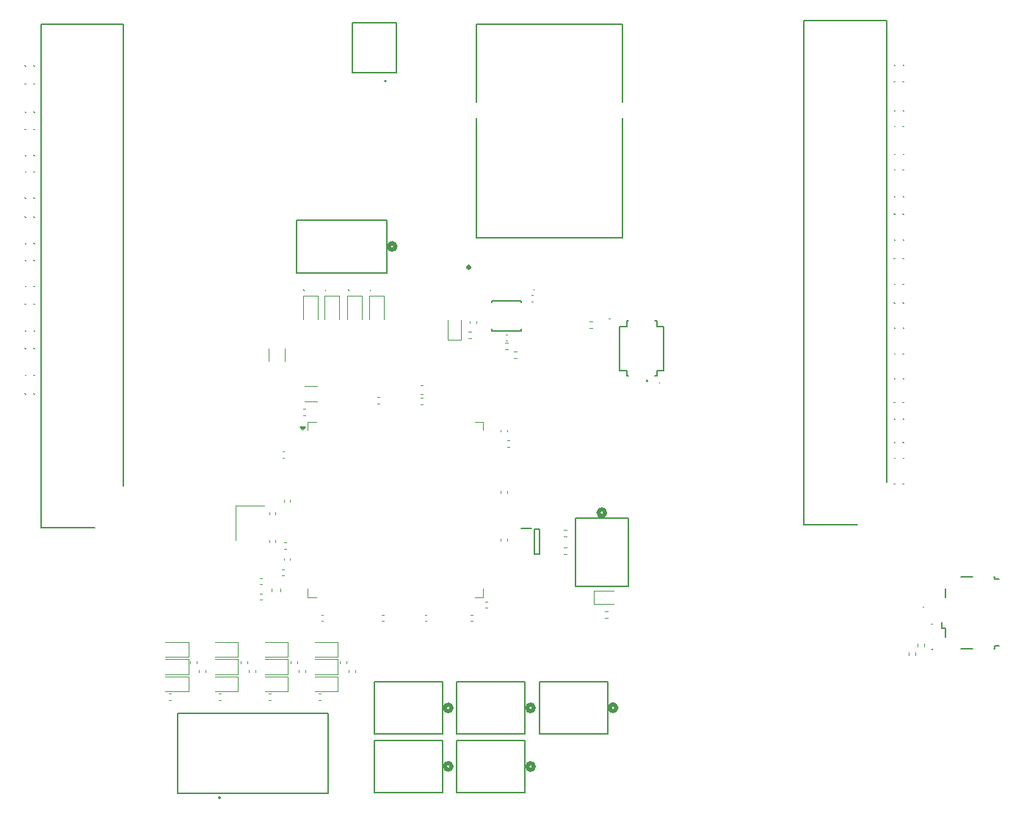
<source format=gbr>
%TF.GenerationSoftware,KiCad,Pcbnew,8.0.8*%
%TF.CreationDate,2025-03-20T13:14:25-05:00*%
%TF.ProjectId,ControllerPCB,436f6e74-726f-46c6-9c65-725043422e6b,rev?*%
%TF.SameCoordinates,Original*%
%TF.FileFunction,Legend,Top*%
%TF.FilePolarity,Positive*%
%FSLAX46Y46*%
G04 Gerber Fmt 4.6, Leading zero omitted, Abs format (unit mm)*
G04 Created by KiCad (PCBNEW 8.0.8) date 2025-03-20 13:14:25*
%MOMM*%
%LPD*%
G01*
G04 APERTURE LIST*
%ADD10C,0.200000*%
%ADD11C,0.100000*%
%ADD12C,0.120000*%
%ADD13C,0.300000*%
%ADD14C,0.127000*%
%ADD15C,0.152400*%
%ADD16C,0.508000*%
%ADD17C,0.150000*%
G04 APERTURE END LIST*
D10*
%TO.C,J108*%
X162075000Y-93460000D02*
X162900000Y-93460000D01*
X162075000Y-98540000D02*
X162075000Y-93460000D01*
X162900000Y-92825000D02*
X163100000Y-92825000D01*
X162900000Y-93460000D02*
X162900000Y-92825000D01*
X162900000Y-98540000D02*
X162075000Y-98540000D01*
X162900000Y-99175000D02*
X162900000Y-98540000D01*
X162900000Y-99175000D02*
X163100000Y-99175000D01*
X166330000Y-92825000D02*
X166130000Y-92825000D01*
X166330000Y-93460000D02*
X166330000Y-92825000D01*
X166330000Y-98540000D02*
X167155000Y-98540000D01*
X166330000Y-99175000D02*
X166130000Y-99175000D01*
X166330000Y-99175000D02*
X166330000Y-98540000D01*
X167155000Y-93460000D02*
X166330000Y-93460000D01*
X167155000Y-98540000D02*
X167155000Y-93460000D01*
X165315000Y-99765000D02*
G75*
G02*
X165115000Y-99765000I-100000J0D01*
G01*
X165115000Y-99765000D02*
G75*
G02*
X165315000Y-99765000I100000J0D01*
G01*
D11*
%TO.C,D503*%
X93550000Y-90900000D02*
X93550000Y-90900000D01*
X93450000Y-90900000D02*
X93450000Y-90900000D01*
X93550000Y-90900000D02*
G75*
G02*
X93450000Y-90900000I-50000J0D01*
G01*
X93450000Y-90900000D02*
G75*
G02*
X93550000Y-90900000I50000J0D01*
G01*
D12*
%TO.C,D114*%
X130650000Y-89971202D02*
X130650000Y-92631202D01*
X132350000Y-89971202D02*
X130650000Y-89971202D01*
X132350000Y-89971202D02*
X132350000Y-92631202D01*
%TO.C,C106*%
X123607836Y-118390000D02*
X123392164Y-118390000D01*
X123607836Y-119110000D02*
X123392164Y-119110000D01*
D11*
%TO.C,D540*%
X94550000Y-85850000D02*
X94550000Y-85850000D01*
X94450000Y-85850000D02*
X94450000Y-85850000D01*
X94550000Y-85850000D02*
G75*
G02*
X94450000Y-85850000I-50000J0D01*
G01*
X94450000Y-85850000D02*
G75*
G02*
X94550000Y-85850000I50000J0D01*
G01*
%TO.C,D552*%
X194700000Y-93650000D02*
X194700000Y-93650000D01*
X194800000Y-93650000D02*
X194800000Y-93650000D01*
X194700000Y-93650000D02*
G75*
G02*
X194800000Y-93650000I50000J0D01*
G01*
X194800000Y-93650000D02*
G75*
G02*
X194700000Y-93650000I-50000J0D01*
G01*
D12*
%TO.C,C107*%
X139807836Y-126740000D02*
X139592164Y-126740000D01*
X139807836Y-127460000D02*
X139592164Y-127460000D01*
D11*
%TO.C,D534*%
X93450000Y-78650000D02*
X93450000Y-78650000D01*
X93550000Y-78650000D02*
X93550000Y-78650000D01*
X93450000Y-78650000D02*
G75*
G02*
X93550000Y-78650000I50000J0D01*
G01*
X93550000Y-78650000D02*
G75*
G02*
X93450000Y-78650000I-50000J0D01*
G01*
D12*
%TO.C,C122*%
X120807836Y-124277500D02*
X120592164Y-124277500D01*
X120807836Y-124997500D02*
X120592164Y-124997500D01*
D11*
%TO.C,D550*%
X193700000Y-93650000D02*
X193700000Y-93650000D01*
X193800000Y-93650000D02*
X193800000Y-93650000D01*
X193700000Y-93650000D02*
G75*
G02*
X193800000Y-93650000I50000J0D01*
G01*
X193800000Y-93650000D02*
G75*
G02*
X193700000Y-93650000I-50000J0D01*
G01*
D13*
%TO.C,J202*%
X144800000Y-86655000D02*
G75*
G02*
X144500000Y-86655000I-150000J0D01*
G01*
X144500000Y-86655000D02*
G75*
G02*
X144800000Y-86655000I150000J0D01*
G01*
D14*
X162350000Y-83215000D02*
X162350000Y-69455000D01*
X162350000Y-83215000D02*
X145550000Y-83215000D01*
X162350000Y-67605000D02*
X162350000Y-58615000D01*
X145550000Y-83215000D02*
X145550000Y-69455000D01*
X145550000Y-67605000D02*
X145550000Y-58615000D01*
X145550000Y-58615000D02*
X162350000Y-58615000D01*
D11*
%TO.C,D502*%
X93450000Y-88850000D02*
X93450000Y-88850000D01*
X93550000Y-88850000D02*
X93550000Y-88850000D01*
X93450000Y-88850000D02*
G75*
G02*
X93550000Y-88850000I50000J0D01*
G01*
X93550000Y-88850000D02*
G75*
G02*
X93450000Y-88850000I-50000J0D01*
G01*
%TO.C,D512*%
X94550000Y-101250000D02*
X94550000Y-101250000D01*
X94450000Y-101250000D02*
X94450000Y-101250000D01*
X94550000Y-101250000D02*
G75*
G02*
X94450000Y-101250000I-50000J0D01*
G01*
X94450000Y-101250000D02*
G75*
G02*
X94550000Y-101250000I50000J0D01*
G01*
D12*
%TO.C,D410*%
X118060000Y-133884399D02*
X115400000Y-133884399D01*
X118060000Y-135584399D02*
X115400000Y-135584399D01*
X118060000Y-135584399D02*
X118060000Y-133884399D01*
D11*
%TO.C,D530*%
X93450000Y-73750000D02*
X93450000Y-73750000D01*
X93550000Y-73750000D02*
X93550000Y-73750000D01*
X93450000Y-73750000D02*
G75*
G02*
X93550000Y-73750000I50000J0D01*
G01*
X93550000Y-73750000D02*
G75*
G02*
X93450000Y-73750000I-50000J0D01*
G01*
%TO.C,D570*%
X193800000Y-106850000D02*
X193800000Y-106850000D01*
X193700000Y-106850000D02*
X193700000Y-106850000D01*
X193800000Y-106850000D02*
G75*
G02*
X193700000Y-106850000I-50000J0D01*
G01*
X193700000Y-106850000D02*
G75*
G02*
X193800000Y-106850000I50000J0D01*
G01*
D12*
%TO.C,C114*%
X144862164Y-126740000D02*
X145077836Y-126740000D01*
X144862164Y-127460000D02*
X145077836Y-127460000D01*
D11*
%TO.C,D529*%
X94450000Y-73750000D02*
X94450000Y-73750000D01*
X94550000Y-73750000D02*
X94550000Y-73750000D01*
X94450000Y-73750000D02*
G75*
G02*
X94550000Y-73750000I50000J0D01*
G01*
X94550000Y-73750000D02*
G75*
G02*
X94450000Y-73750000I-50000J0D01*
G01*
%TO.C,D562*%
X194700000Y-102250000D02*
G75*
G02*
X194800000Y-102250000I50000J0D01*
G01*
X194800000Y-102250000D02*
G75*
G02*
X194700000Y-102250000I-50000J0D01*
G01*
X194700000Y-102250000D02*
X194700000Y-102250000D01*
X194800000Y-102250000D02*
X194800000Y-102250000D01*
%TO.C,D574*%
X194700000Y-108650000D02*
X194700000Y-108650000D01*
X194800000Y-108650000D02*
X194800000Y-108650000D01*
X194700000Y-108650000D02*
G75*
G02*
X194800000Y-108650000I50000J0D01*
G01*
X194800000Y-108650000D02*
G75*
G02*
X194700000Y-108650000I-50000J0D01*
G01*
D12*
%TO.C,C102*%
X123357836Y-107890000D02*
X123142164Y-107890000D01*
X123357836Y-108610000D02*
X123142164Y-108610000D01*
%TO.C,R202*%
X149846359Y-96370000D02*
X150153641Y-96370000D01*
X149846359Y-97130000D02*
X150153641Y-97130000D01*
%TO.C,D411*%
X129560000Y-129884399D02*
X126900000Y-129884399D01*
X129560000Y-131584399D02*
X126900000Y-131584399D01*
X129560000Y-131584399D02*
X129560000Y-129884399D01*
D11*
%TO.C,D511*%
X93550000Y-101250000D02*
X93550000Y-101250000D01*
X93450000Y-101250000D02*
X93450000Y-101250000D01*
X93550000Y-101250000D02*
G75*
G02*
X93450000Y-101250000I-50000J0D01*
G01*
X93450000Y-101250000D02*
G75*
G02*
X93550000Y-101250000I50000J0D01*
G01*
D12*
%TO.C,D115*%
X128016800Y-89971202D02*
X128016800Y-92631202D01*
X129716800Y-89971202D02*
X128016800Y-89971202D01*
X129716800Y-89971202D02*
X129716800Y-92631202D01*
D11*
%TO.C,D542*%
X194800000Y-88600000D02*
X194800000Y-88600000D01*
X194700000Y-88600000D02*
X194700000Y-88600000D01*
X194800000Y-88600000D02*
G75*
G02*
X194700000Y-88600000I-50000J0D01*
G01*
X194700000Y-88600000D02*
G75*
G02*
X194800000Y-88600000I50000J0D01*
G01*
D12*
%TO.C,R108*%
X196420000Y-130111359D02*
X196420000Y-130418641D01*
X197180000Y-130111359D02*
X197180000Y-130418641D01*
D11*
%TO.C,D549*%
X194700000Y-68600000D02*
X194700000Y-68600000D01*
X194800000Y-68600000D02*
X194800000Y-68600000D01*
X194700000Y-68600000D02*
G75*
G02*
X194800000Y-68600000I50000J0D01*
G01*
X194800000Y-68600000D02*
G75*
G02*
X194700000Y-68600000I-50000J0D01*
G01*
D12*
%TO.C,R412*%
X119320000Y-133080758D02*
X119320000Y-133388040D01*
X120080000Y-133080758D02*
X120080000Y-133388040D01*
D11*
%TO.C,D554*%
X193700000Y-96650000D02*
X193700000Y-96650000D01*
X193800000Y-96650000D02*
X193800000Y-96650000D01*
X193700000Y-96650000D02*
G75*
G02*
X193800000Y-96650000I50000J0D01*
G01*
X193800000Y-96650000D02*
G75*
G02*
X193700000Y-96650000I-50000J0D01*
G01*
%TO.C,D110*%
X130766800Y-89231202D02*
X130766800Y-89231202D01*
X130766800Y-89331202D02*
X130766800Y-89331202D01*
X130766800Y-89231202D02*
G75*
G02*
X130766800Y-89331202I0J-50000D01*
G01*
X130766800Y-89331202D02*
G75*
G02*
X130766800Y-89231202I0J50000D01*
G01*
D12*
%TO.C,C119*%
X123340000Y-113707836D02*
X123340000Y-113492164D01*
X124060000Y-113707836D02*
X124060000Y-113492164D01*
D11*
%TO.C,D109*%
X198050000Y-130730000D02*
X198050000Y-130730000D01*
X198150000Y-130730000D02*
X198150000Y-130730000D01*
X198050000Y-130730000D02*
G75*
G02*
X198150000Y-130730000I50000J0D01*
G01*
X198150000Y-130730000D02*
G75*
G02*
X198050000Y-130730000I-50000J0D01*
G01*
D12*
%TO.C,D113*%
X133150000Y-89971202D02*
X133150000Y-92631202D01*
X134850000Y-89971202D02*
X133150000Y-89971202D01*
X134850000Y-89971202D02*
X134850000Y-92631202D01*
%TO.C,R401*%
X121853641Y-135854399D02*
X121546359Y-135854399D01*
X121853641Y-136614399D02*
X121546359Y-136614399D01*
D11*
%TO.C,D539*%
X93550000Y-85850000D02*
X93550000Y-85850000D01*
X93450000Y-85850000D02*
X93450000Y-85850000D01*
X93550000Y-85850000D02*
G75*
G02*
X93450000Y-85850000I-50000J0D01*
G01*
X93450000Y-85850000D02*
G75*
G02*
X93550000Y-85850000I50000J0D01*
G01*
%TO.C,D507*%
X93550000Y-96000000D02*
X93550000Y-96000000D01*
X93450000Y-96000000D02*
X93450000Y-96000000D01*
X93550000Y-96000000D02*
G75*
G02*
X93450000Y-96000000I-50000J0D01*
G01*
X93450000Y-96000000D02*
G75*
G02*
X93550000Y-96000000I50000J0D01*
G01*
D14*
%TO.C,J201*%
X131210000Y-58450000D02*
X136290000Y-58450000D01*
X131210000Y-64170000D02*
X131210000Y-58450000D01*
X136290000Y-58450000D02*
X136290000Y-64170000D01*
X136290000Y-64170000D02*
X131210000Y-64170000D01*
D10*
X135120000Y-65170000D02*
G75*
G02*
X134920000Y-65170000I-100000J0D01*
G01*
X134920000Y-65170000D02*
G75*
G02*
X135120000Y-65170000I100000J0D01*
G01*
D12*
%TO.C,D401*%
X123810000Y-131884399D02*
X121150000Y-131884399D01*
X123810000Y-133584399D02*
X121150000Y-133584399D01*
X123810000Y-133584399D02*
X123810000Y-131884399D01*
D11*
%TO.C,D504*%
X94550000Y-90900000D02*
X94550000Y-90900000D01*
X94450000Y-90900000D02*
X94450000Y-90900000D01*
X94550000Y-90900000D02*
G75*
G02*
X94450000Y-90900000I-50000J0D01*
G01*
X94450000Y-90900000D02*
G75*
G02*
X94550000Y-90900000I50000J0D01*
G01*
D12*
%TO.C,D202*%
X142265000Y-92700000D02*
X142265000Y-94985000D01*
X142265000Y-94985000D02*
X143735000Y-94985000D01*
X143735000Y-94985000D02*
X143735000Y-92700000D01*
D11*
%TO.C,D501*%
X94450000Y-88850000D02*
X94450000Y-88850000D01*
X94550000Y-88850000D02*
X94550000Y-88850000D01*
X94450000Y-88850000D02*
G75*
G02*
X94550000Y-88850000I50000J0D01*
G01*
X94550000Y-88850000D02*
G75*
G02*
X94450000Y-88850000I-50000J0D01*
G01*
D12*
%TO.C,R101*%
X160653641Y-126370000D02*
X160346359Y-126370000D01*
X160653641Y-127130000D02*
X160346359Y-127130000D01*
D11*
%TO.C,D509*%
X94450000Y-99100000D02*
X94450000Y-99100000D01*
X94550000Y-99100000D02*
X94550000Y-99100000D01*
X94450000Y-99100000D02*
G75*
G02*
X94550000Y-99100000I50000J0D01*
G01*
X94550000Y-99100000D02*
G75*
G02*
X94450000Y-99100000I-50000J0D01*
G01*
%TO.C,D568*%
X194700000Y-104150000D02*
X194700000Y-104150000D01*
X194800000Y-104150000D02*
X194800000Y-104150000D01*
X194700000Y-104150000D02*
G75*
G02*
X194800000Y-104150000I50000J0D01*
G01*
X194800000Y-104150000D02*
G75*
G02*
X194700000Y-104150000I-50000J0D01*
G01*
%TO.C,D558*%
X193800000Y-99500000D02*
G75*
G02*
X193700000Y-99500000I-50000J0D01*
G01*
X193700000Y-99500000D02*
G75*
G02*
X193800000Y-99500000I50000J0D01*
G01*
X193800000Y-99500000D02*
X193800000Y-99500000D01*
X193700000Y-99500000D02*
X193700000Y-99500000D01*
D12*
%TO.C,D408*%
X129560000Y-133884399D02*
X126900000Y-133884399D01*
X129560000Y-135584399D02*
X126900000Y-135584399D01*
X129560000Y-135584399D02*
X129560000Y-133884399D01*
D11*
%TO.C,D566*%
X193700000Y-104150000D02*
X193700000Y-104150000D01*
X193800000Y-104150000D02*
X193800000Y-104150000D01*
X193700000Y-104150000D02*
G75*
G02*
X193800000Y-104150000I50000J0D01*
G01*
X193800000Y-104150000D02*
G75*
G02*
X193700000Y-104150000I-50000J0D01*
G01*
D12*
%TO.C,R407*%
X127603641Y-135854399D02*
X127296359Y-135854399D01*
X127603641Y-136614399D02*
X127296359Y-136614399D01*
D11*
%TO.C,D505*%
X94450000Y-94000000D02*
X94450000Y-94000000D01*
X94550000Y-94000000D02*
X94550000Y-94000000D01*
X94450000Y-94000000D02*
G75*
G02*
X94550000Y-94000000I50000J0D01*
G01*
X94550000Y-94000000D02*
G75*
G02*
X94450000Y-94000000I-50000J0D01*
G01*
D10*
%TO.C,J501*%
X183330000Y-58175000D02*
X183330000Y-116315000D01*
X183330000Y-116315000D02*
X189500000Y-116315000D01*
X192830000Y-58175000D02*
X183330000Y-58175000D01*
X192830000Y-111440000D02*
X192830000Y-58175000D01*
D12*
%TO.C,C116*%
X134142164Y-101640000D02*
X134357836Y-101640000D01*
X134142164Y-102360000D02*
X134357836Y-102360000D01*
D11*
%TO.C,D544*%
X193800000Y-88600000D02*
X193800000Y-88600000D01*
X193700000Y-88600000D02*
X193700000Y-88600000D01*
X193800000Y-88600000D02*
G75*
G02*
X193700000Y-88600000I-50000J0D01*
G01*
X193700000Y-88600000D02*
G75*
G02*
X193800000Y-88600000I50000J0D01*
G01*
D12*
%TO.C,D412*%
X118060000Y-129884399D02*
X115400000Y-129884399D01*
X118060000Y-131584399D02*
X115400000Y-131584399D01*
X118060000Y-131584399D02*
X118060000Y-129884399D01*
D11*
%TO.C,D564*%
X193800000Y-102250000D02*
X193800000Y-102250000D01*
X193700000Y-102250000D02*
X193700000Y-102250000D01*
X193800000Y-102250000D02*
G75*
G02*
X193700000Y-102250000I-50000J0D01*
G01*
X193700000Y-102250000D02*
G75*
G02*
X193800000Y-102250000I50000J0D01*
G01*
%TO.C,D545*%
X193800000Y-65250000D02*
X193800000Y-65250000D01*
X193700000Y-65250000D02*
X193700000Y-65250000D01*
X193800000Y-65250000D02*
G75*
G02*
X193700000Y-65250000I-50000J0D01*
G01*
X193700000Y-65250000D02*
G75*
G02*
X193800000Y-65250000I50000J0D01*
G01*
D12*
%TO.C,D101*%
X159095000Y-124015000D02*
X159095000Y-125485000D01*
X159095000Y-125485000D02*
X161380000Y-125485000D01*
X161380000Y-124015000D02*
X159095000Y-124015000D01*
%TO.C,R102*%
X121590000Y-96022936D02*
X121590000Y-97477064D01*
X123410000Y-96022936D02*
X123410000Y-97477064D01*
D11*
%TO.C,D506*%
X93450000Y-94000000D02*
X93450000Y-94000000D01*
X93550000Y-94000000D02*
X93550000Y-94000000D01*
X93450000Y-94000000D02*
G75*
G02*
X93550000Y-94000000I50000J0D01*
G01*
X93550000Y-94000000D02*
G75*
G02*
X93450000Y-94000000I-50000J0D01*
G01*
D12*
%TO.C,R402*%
X110353641Y-135854399D02*
X110046359Y-135854399D01*
X110353641Y-136614399D02*
X110046359Y-136614399D01*
%TO.C,R201*%
X148846359Y-95370000D02*
X149153641Y-95370000D01*
X148846359Y-96130000D02*
X149153641Y-96130000D01*
%TO.C,C118*%
X125807836Y-102990000D02*
X125592164Y-102990000D01*
X125807836Y-103710000D02*
X125592164Y-103710000D01*
%TO.C,D407*%
X129560000Y-131884399D02*
X126900000Y-131884399D01*
X129560000Y-133584399D02*
X126900000Y-133584399D01*
X129560000Y-133584399D02*
X129560000Y-131884399D01*
%TO.C,C201*%
X151872164Y-89890000D02*
X152087836Y-89890000D01*
X151872164Y-90610000D02*
X152087836Y-90610000D01*
%TO.C,C104*%
X127857836Y-126740000D02*
X127642164Y-126740000D01*
X127857836Y-127460000D02*
X127642164Y-127460000D01*
%TO.C,R107*%
X158616359Y-92888300D02*
X158923641Y-92888300D01*
X158616359Y-93648300D02*
X158923641Y-93648300D01*
D11*
%TO.C,D105*%
X125600000Y-89231202D02*
X125600000Y-89231202D01*
X125600000Y-89331202D02*
X125600000Y-89331202D01*
X125600000Y-89231202D02*
G75*
G02*
X125600000Y-89331202I0J-50000D01*
G01*
X125600000Y-89331202D02*
G75*
G02*
X125600000Y-89231202I0J50000D01*
G01*
D12*
%TO.C,D404*%
X112310000Y-133884399D02*
X109650000Y-133884399D01*
X112310000Y-135584399D02*
X109650000Y-135584399D01*
X112310000Y-135584399D02*
X112310000Y-133884399D01*
%TO.C,C105*%
X134827836Y-126740000D02*
X134612164Y-126740000D01*
X134827836Y-127460000D02*
X134612164Y-127460000D01*
D11*
%TO.C,D106*%
X128100000Y-89231202D02*
X128100000Y-89231202D01*
X128100000Y-89331202D02*
X128100000Y-89331202D01*
X128100000Y-89231202D02*
G75*
G02*
X128100000Y-89331202I0J-50000D01*
G01*
X128100000Y-89331202D02*
G75*
G02*
X128100000Y-89231202I0J50000D01*
G01*
D12*
%TO.C,C120*%
X123327836Y-121490000D02*
X123112164Y-121490000D01*
X123327836Y-122210000D02*
X123112164Y-122210000D01*
D11*
%TO.C,D543*%
X193700000Y-63350000D02*
X193700000Y-63350000D01*
X193800000Y-63350000D02*
X193800000Y-63350000D01*
X193700000Y-63350000D02*
G75*
G02*
X193800000Y-63350000I50000J0D01*
G01*
X193800000Y-63350000D02*
G75*
G02*
X193700000Y-63350000I-50000J0D01*
G01*
%TO.C,D548*%
X194700000Y-90750000D02*
X194700000Y-90750000D01*
X194800000Y-90750000D02*
X194800000Y-90750000D01*
X194700000Y-90750000D02*
G75*
G02*
X194800000Y-90750000I50000J0D01*
G01*
X194800000Y-90750000D02*
G75*
G02*
X194700000Y-90750000I-50000J0D01*
G01*
D12*
%TO.C,D403*%
X112310000Y-131884399D02*
X109650000Y-131884399D01*
X112310000Y-133584399D02*
X109650000Y-133584399D01*
X112310000Y-133584399D02*
X112310000Y-131884399D01*
D11*
%TO.C,D555*%
X194800000Y-70400000D02*
X194800000Y-70400000D01*
X194700000Y-70400000D02*
X194700000Y-70400000D01*
X194800000Y-70400000D02*
G75*
G02*
X194700000Y-70400000I-50000J0D01*
G01*
X194700000Y-70400000D02*
G75*
G02*
X194800000Y-70400000I50000J0D01*
G01*
D12*
%TO.C,D406*%
X112310000Y-129884399D02*
X109650000Y-129884399D01*
X112310000Y-131584399D02*
X109650000Y-131584399D01*
X112310000Y-131584399D02*
X112310000Y-129884399D01*
%TO.C,C202*%
X148892164Y-94390000D02*
X149107836Y-94390000D01*
X148892164Y-95110000D02*
X149107836Y-95110000D01*
%TO.C,C203*%
X144811700Y-92892164D02*
X144811700Y-93107836D01*
X145531700Y-92892164D02*
X145531700Y-93107836D01*
D11*
%TO.C,D551*%
X193700000Y-68600000D02*
X193700000Y-68600000D01*
X193800000Y-68600000D02*
X193800000Y-68600000D01*
X193700000Y-68600000D02*
G75*
G02*
X193800000Y-68600000I50000J0D01*
G01*
X193800000Y-68600000D02*
G75*
G02*
X193700000Y-68600000I-50000J0D01*
G01*
%TO.C,D567*%
X193700000Y-78500000D02*
X193700000Y-78500000D01*
X193800000Y-78500000D02*
X193800000Y-78500000D01*
X193700000Y-78500000D02*
G75*
G02*
X193800000Y-78500000I50000J0D01*
G01*
X193800000Y-78500000D02*
G75*
G02*
X193700000Y-78500000I-50000J0D01*
G01*
D12*
%TO.C,R203*%
X144596359Y-94120000D02*
X144903641Y-94120000D01*
X144596359Y-94880000D02*
X144903641Y-94880000D01*
D11*
%TO.C,D523*%
X93550000Y-65500000D02*
X93550000Y-65500000D01*
X93450000Y-65500000D02*
X93450000Y-65500000D01*
X93550000Y-65500000D02*
G75*
G02*
X93450000Y-65500000I-50000J0D01*
G01*
X93450000Y-65500000D02*
G75*
G02*
X93550000Y-65500000I50000J0D01*
G01*
D12*
%TO.C,R410*%
X116113641Y-135854399D02*
X115806359Y-135854399D01*
X116113641Y-136614399D02*
X115806359Y-136614399D01*
D15*
%TO.C,J102*%
X124773000Y-81243001D02*
X124773000Y-87288201D01*
X124773000Y-87288201D02*
X135187000Y-87288201D01*
X135187000Y-81243001D02*
X124773000Y-81243001D01*
X135187000Y-87288201D02*
X135187000Y-81243001D01*
D16*
X136203000Y-84250000D02*
G75*
G02*
X135441000Y-84250000I-381000J0D01*
G01*
X135441000Y-84250000D02*
G75*
G02*
X136203000Y-84250000I381000J0D01*
G01*
D12*
%TO.C,R302*%
X155621558Y-118984800D02*
X155928840Y-118984800D01*
X155621558Y-119744800D02*
X155928840Y-119744800D01*
D11*
%TO.C,D569*%
X193800000Y-80500000D02*
X193800000Y-80500000D01*
X193700000Y-80500000D02*
X193700000Y-80500000D01*
X193800000Y-80500000D02*
G75*
G02*
X193700000Y-80500000I-50000J0D01*
G01*
X193700000Y-80500000D02*
G75*
G02*
X193800000Y-80500000I50000J0D01*
G01*
%TO.C,D524*%
X94550000Y-65500000D02*
X94550000Y-65500000D01*
X94450000Y-65500000D02*
X94450000Y-65500000D01*
X94550000Y-65500000D02*
G75*
G02*
X94450000Y-65500000I-50000J0D01*
G01*
X94450000Y-65500000D02*
G75*
G02*
X94550000Y-65500000I50000J0D01*
G01*
D12*
%TO.C,C112*%
X121640000Y-118162164D02*
X121640000Y-118377836D01*
X122360000Y-118162164D02*
X122360000Y-118377836D01*
D11*
%TO.C,D571*%
X194800000Y-80500000D02*
X194800000Y-80500000D01*
X194700000Y-80500000D02*
X194700000Y-80500000D01*
X194800000Y-80500000D02*
G75*
G02*
X194700000Y-80500000I-50000J0D01*
G01*
X194700000Y-80500000D02*
G75*
G02*
X194800000Y-80500000I50000J0D01*
G01*
%TO.C,D108*%
X198000000Y-127805000D02*
X198000000Y-127805000D01*
X198100000Y-127805000D02*
X198100000Y-127805000D01*
X198000000Y-127805000D02*
G75*
G02*
X198100000Y-127805000I50000J0D01*
G01*
X198100000Y-127805000D02*
G75*
G02*
X198000000Y-127805000I-50000J0D01*
G01*
%TO.C,D527*%
X93550000Y-70750000D02*
X93550000Y-70750000D01*
X93450000Y-70750000D02*
X93450000Y-70750000D01*
X93550000Y-70750000D02*
G75*
G02*
X93450000Y-70750000I-50000J0D01*
G01*
X93450000Y-70750000D02*
G75*
G02*
X93550000Y-70750000I50000J0D01*
G01*
D12*
%TO.C,R403*%
X124120000Y-132080758D02*
X124120000Y-132388040D01*
X124880000Y-132080758D02*
X124880000Y-132388040D01*
D17*
%TO.C,J107*%
X205800000Y-122655000D02*
X205350000Y-122655000D01*
X205350000Y-130655000D02*
X205350000Y-130355000D01*
X205350000Y-130355000D02*
X205800000Y-130355000D01*
X205350000Y-122655000D02*
X205350000Y-122355000D01*
X205350000Y-122355000D02*
X205200000Y-122355000D01*
X205200000Y-130655000D02*
X205350000Y-130655000D01*
X202800000Y-122355000D02*
X201400000Y-122355000D01*
X201400000Y-130655000D02*
X202800000Y-130655000D01*
X199650000Y-128305000D02*
X199650000Y-129305000D01*
X199650000Y-124705000D02*
X199650000Y-123705000D01*
X199225000Y-128305000D02*
X199650000Y-128305000D01*
X199225000Y-127580000D02*
X199225000Y-128305000D01*
D15*
%TO.C,J104*%
X143273000Y-134477400D02*
X143273000Y-140522600D01*
X143273000Y-140522600D02*
X151147000Y-140522600D01*
X151147000Y-134477400D02*
X143273000Y-134477400D01*
X151147000Y-140522600D02*
X151147000Y-134477400D01*
D16*
X152163000Y-137484399D02*
G75*
G02*
X151401000Y-137484399I-381000J0D01*
G01*
X151401000Y-137484399D02*
G75*
G02*
X152163000Y-137484399I381000J0D01*
G01*
D11*
%TO.C,D541*%
X194700000Y-63350000D02*
X194700000Y-63350000D01*
X194800000Y-63350000D02*
X194800000Y-63350000D01*
X194700000Y-63350000D02*
G75*
G02*
X194800000Y-63350000I50000J0D01*
G01*
X194800000Y-63350000D02*
G75*
G02*
X194700000Y-63350000I-50000J0D01*
G01*
%TO.C,D201*%
X152150000Y-89200000D02*
X152150000Y-89200000D01*
X152150000Y-89300000D02*
X152150000Y-89300000D01*
X152150000Y-89200000D02*
G75*
G02*
X152150000Y-89300000I0J-50000D01*
G01*
X152150000Y-89300000D02*
G75*
G02*
X152150000Y-89200000I0J50000D01*
G01*
D12*
%TO.C,C103*%
X123340000Y-120222164D02*
X123340000Y-120437836D01*
X124060000Y-120222164D02*
X124060000Y-120437836D01*
D11*
%TO.C,D103*%
X197000000Y-125855000D02*
X197000000Y-125855000D01*
X197100000Y-125855000D02*
X197100000Y-125855000D01*
X197000000Y-125855000D02*
G75*
G02*
X197100000Y-125855000I50000J0D01*
G01*
X197100000Y-125855000D02*
G75*
G02*
X197000000Y-125855000I-50000J0D01*
G01*
%TO.C,D572*%
X194800000Y-106850000D02*
X194800000Y-106850000D01*
X194700000Y-106850000D02*
X194700000Y-106850000D01*
X194800000Y-106850000D02*
G75*
G02*
X194700000Y-106850000I-50000J0D01*
G01*
X194700000Y-106850000D02*
G75*
G02*
X194800000Y-106850000I50000J0D01*
G01*
D12*
%TO.C,C110*%
X148340000Y-117992164D02*
X148340000Y-118207836D01*
X149060000Y-117992164D02*
X149060000Y-118207836D01*
%TO.C,U101*%
X126090000Y-104490000D02*
X126090000Y-105440000D01*
X126090000Y-124710000D02*
X126090000Y-123760000D01*
X127040000Y-104490000D02*
X126090000Y-104490000D01*
X127040000Y-124710000D02*
X126090000Y-124710000D01*
X145360000Y-104490000D02*
X146310000Y-104490000D01*
X145360000Y-124710000D02*
X146310000Y-124710000D01*
X146310000Y-104490000D02*
X146310000Y-105440000D01*
X146310000Y-124710000D02*
X146310000Y-123760000D01*
X125500000Y-105440000D02*
X125160000Y-104970000D01*
X125840000Y-104970000D01*
X125500000Y-105440000D01*
G36*
X125500000Y-105440000D02*
G01*
X125160000Y-104970000D01*
X125840000Y-104970000D01*
X125500000Y-105440000D01*
G37*
%TO.C,R109*%
X195390000Y-131086359D02*
X195390000Y-131393641D01*
X196150000Y-131086359D02*
X196150000Y-131393641D01*
%TO.C,C121*%
X120807836Y-122527500D02*
X120592164Y-122527500D01*
X120807836Y-123247500D02*
X120592164Y-123247500D01*
%TO.C,R301*%
X155621558Y-116984800D02*
X155928840Y-116984800D01*
X155621558Y-117744800D02*
X155928840Y-117744800D01*
D14*
%TO.C,J101*%
X111035000Y-138154399D02*
X128405000Y-138154399D01*
X111035000Y-147354399D02*
X111035000Y-138154399D01*
X128405000Y-138154399D02*
X128405000Y-147354399D01*
X128405000Y-147354399D02*
X111035000Y-147354399D01*
D10*
X116010000Y-147854399D02*
G75*
G02*
X115810000Y-147854399I-100000J0D01*
G01*
X115810000Y-147854399D02*
G75*
G02*
X116010000Y-147854399I100000J0D01*
G01*
D11*
%TO.C,D528*%
X94550000Y-70750000D02*
X94550000Y-70750000D01*
X94450000Y-70750000D02*
X94450000Y-70750000D01*
X94550000Y-70750000D02*
G75*
G02*
X94450000Y-70750000I-50000J0D01*
G01*
X94450000Y-70750000D02*
G75*
G02*
X94550000Y-70750000I50000J0D01*
G01*
D12*
%TO.C,D405*%
X123810000Y-129884399D02*
X121150000Y-129884399D01*
X123810000Y-131584399D02*
X121150000Y-131584399D01*
X123810000Y-131584399D02*
X123810000Y-129884399D01*
D11*
%TO.C,D510*%
X93450000Y-99100000D02*
X93450000Y-99100000D01*
X93550000Y-99100000D02*
X93550000Y-99100000D01*
X93450000Y-99100000D02*
G75*
G02*
X93550000Y-99100000I50000J0D01*
G01*
X93550000Y-99100000D02*
G75*
G02*
X93450000Y-99100000I-50000J0D01*
G01*
D12*
%TO.C,R103*%
X125722936Y-100340000D02*
X127177064Y-100340000D01*
X125722936Y-102160000D02*
X127177064Y-102160000D01*
D11*
%TO.C,D561*%
X193800000Y-75400000D02*
X193800000Y-75400000D01*
X193700000Y-75400000D02*
X193700000Y-75400000D01*
X193800000Y-75400000D02*
G75*
G02*
X193700000Y-75400000I-50000J0D01*
G01*
X193700000Y-75400000D02*
G75*
G02*
X193800000Y-75400000I50000J0D01*
G01*
D12*
%TO.C,D116*%
X125516800Y-89971202D02*
X125516800Y-92631202D01*
X127216800Y-89971202D02*
X125516800Y-89971202D01*
X127216800Y-89971202D02*
X127216800Y-92631202D01*
%TO.C,C115*%
X139142164Y-101740000D02*
X139357836Y-101740000D01*
X139142164Y-102460000D02*
X139357836Y-102460000D01*
D15*
%TO.C,J103*%
X133779600Y-134477400D02*
X133779600Y-140522600D01*
X133779600Y-140522600D02*
X141653600Y-140522600D01*
X141653600Y-134477400D02*
X133779600Y-134477400D01*
X141653600Y-140522600D02*
X141653600Y-134477400D01*
D16*
X142669600Y-137484399D02*
G75*
G02*
X141907600Y-137484399I-381000J0D01*
G01*
X141907600Y-137484399D02*
G75*
G02*
X142669600Y-137484399I381000J0D01*
G01*
D11*
%TO.C,D559*%
X193700000Y-73600000D02*
X193700000Y-73600000D01*
X193800000Y-73600000D02*
X193800000Y-73600000D01*
X193700000Y-73600000D02*
G75*
G02*
X193800000Y-73600000I50000J0D01*
G01*
X193800000Y-73600000D02*
G75*
G02*
X193700000Y-73600000I-50000J0D01*
G01*
%TO.C,D573*%
X194700000Y-83500000D02*
X194700000Y-83500000D01*
X194800000Y-83500000D02*
X194800000Y-83500000D01*
X194700000Y-83500000D02*
G75*
G02*
X194800000Y-83500000I50000J0D01*
G01*
X194800000Y-83500000D02*
G75*
G02*
X194700000Y-83500000I-50000J0D01*
G01*
%TO.C,D521*%
X94450000Y-63400000D02*
X94450000Y-63400000D01*
X94550000Y-63400000D02*
X94550000Y-63400000D01*
X94450000Y-63400000D02*
G75*
G02*
X94550000Y-63400000I50000J0D01*
G01*
X94550000Y-63400000D02*
G75*
G02*
X94450000Y-63400000I-50000J0D01*
G01*
%TO.C,D560*%
X194800000Y-99500000D02*
G75*
G02*
X194700000Y-99500000I-50000J0D01*
G01*
X194700000Y-99500000D02*
G75*
G02*
X194800000Y-99500000I50000J0D01*
G01*
X194800000Y-99500000D02*
X194800000Y-99500000D01*
X194700000Y-99500000D02*
X194700000Y-99500000D01*
%TO.C,D563*%
X194800000Y-75400000D02*
X194800000Y-75400000D01*
X194700000Y-75400000D02*
X194700000Y-75400000D01*
X194800000Y-75400000D02*
G75*
G02*
X194700000Y-75400000I-50000J0D01*
G01*
X194700000Y-75400000D02*
G75*
G02*
X194800000Y-75400000I50000J0D01*
G01*
D12*
%TO.C,D402*%
X123810000Y-133884399D02*
X121150000Y-133884399D01*
X123810000Y-135584399D02*
X121150000Y-135584399D01*
X123810000Y-135584399D02*
X123810000Y-133884399D01*
%TO.C,R409*%
X130820000Y-133090758D02*
X130820000Y-133398040D01*
X131580000Y-133090758D02*
X131580000Y-133398040D01*
D11*
%TO.C,D575*%
X193700000Y-83500000D02*
X193700000Y-83500000D01*
X193800000Y-83500000D02*
X193800000Y-83500000D01*
X193700000Y-83500000D02*
G75*
G02*
X193800000Y-83500000I50000J0D01*
G01*
X193800000Y-83500000D02*
G75*
G02*
X193700000Y-83500000I-50000J0D01*
G01*
%TO.C,D547*%
X194800000Y-65250000D02*
X194800000Y-65250000D01*
X194700000Y-65250000D02*
X194700000Y-65250000D01*
X194800000Y-65250000D02*
G75*
G02*
X194700000Y-65250000I-50000J0D01*
G01*
X194700000Y-65250000D02*
G75*
G02*
X194800000Y-65250000I50000J0D01*
G01*
D12*
%TO.C,R405*%
X112520000Y-132080758D02*
X112520000Y-132388040D01*
X113280000Y-132080758D02*
X113280000Y-132388040D01*
D11*
%TO.C,D102*%
X160950000Y-92600000D02*
X160950000Y-92600000D01*
X160850000Y-92600000D02*
X160850000Y-92600000D01*
X160950000Y-92600000D02*
G75*
G02*
X160850000Y-92600000I-50000J0D01*
G01*
X160850000Y-92600000D02*
G75*
G02*
X160950000Y-92600000I50000J0D01*
G01*
%TO.C,D580*%
X193700000Y-111650000D02*
X193700000Y-111650000D01*
X193800000Y-111650000D02*
X193800000Y-111650000D01*
X193700000Y-111650000D02*
G75*
G02*
X193800000Y-111650000I50000J0D01*
G01*
X193800000Y-111650000D02*
G75*
G02*
X193700000Y-111650000I-50000J0D01*
G01*
D12*
%TO.C,D409*%
X118060000Y-131884399D02*
X115400000Y-131884399D01*
X118060000Y-133584399D02*
X115400000Y-133584399D01*
X118060000Y-133584399D02*
X118060000Y-131884399D01*
%TO.C,C101*%
X139109420Y-100240000D02*
X139390580Y-100240000D01*
X139109420Y-101260000D02*
X139390580Y-101260000D01*
%TO.C,C111*%
X148340000Y-112492164D02*
X148340000Y-112707836D01*
X149060000Y-112492164D02*
X149060000Y-112707836D01*
D15*
%TO.C,J105*%
X133779600Y-141227400D02*
X133779600Y-147272600D01*
X133779600Y-147272600D02*
X141653600Y-147272600D01*
X141653600Y-141227400D02*
X133779600Y-141227400D01*
X141653600Y-147272600D02*
X141653600Y-141227400D01*
D16*
X142669600Y-144234399D02*
G75*
G02*
X141907600Y-144234399I-381000J0D01*
G01*
X141907600Y-144234399D02*
G75*
G02*
X142669600Y-144234399I381000J0D01*
G01*
D12*
%TO.C,C109*%
X146592164Y-125240000D02*
X146807836Y-125240000D01*
X146592164Y-125960000D02*
X146807836Y-125960000D01*
D11*
%TO.C,D536*%
X94550000Y-80850000D02*
X94550000Y-80850000D01*
X94450000Y-80850000D02*
X94450000Y-80850000D01*
X94550000Y-80850000D02*
G75*
G02*
X94450000Y-80850000I-50000J0D01*
G01*
X94450000Y-80850000D02*
G75*
G02*
X94550000Y-80850000I50000J0D01*
G01*
%TO.C,D526*%
X93450000Y-68750000D02*
X93450000Y-68750000D01*
X93550000Y-68750000D02*
X93550000Y-68750000D01*
X93450000Y-68750000D02*
G75*
G02*
X93550000Y-68750000I50000J0D01*
G01*
X93550000Y-68750000D02*
G75*
G02*
X93450000Y-68750000I-50000J0D01*
G01*
%TO.C,D522*%
X93450000Y-63400000D02*
X93450000Y-63400000D01*
X93550000Y-63400000D02*
X93550000Y-63400000D01*
X93450000Y-63400000D02*
G75*
G02*
X93550000Y-63400000I50000J0D01*
G01*
X93550000Y-63400000D02*
G75*
G02*
X93450000Y-63400000I-50000J0D01*
G01*
D12*
%TO.C,C113*%
X148340000Y-105392164D02*
X148340000Y-105607836D01*
X149060000Y-105392164D02*
X149060000Y-105607836D01*
D11*
%TO.C,D578*%
X194700000Y-111650000D02*
X194700000Y-111650000D01*
X194800000Y-111650000D02*
X194800000Y-111650000D01*
X194700000Y-111650000D02*
G75*
G02*
X194800000Y-111650000I50000J0D01*
G01*
X194800000Y-111650000D02*
G75*
G02*
X194700000Y-111650000I-50000J0D01*
G01*
D12*
%TO.C,C108*%
X121640000Y-114912164D02*
X121640000Y-115127836D01*
X122360000Y-114912164D02*
X122360000Y-115127836D01*
%TO.C,C117*%
X149112164Y-106640000D02*
X149327836Y-106640000D01*
X149112164Y-107360000D02*
X149327836Y-107360000D01*
D15*
%TO.C,J301*%
X156993001Y-115603000D02*
X156993001Y-123477000D01*
X156993001Y-123477000D02*
X163038201Y-123477000D01*
X163038201Y-115603000D02*
X156993001Y-115603000D01*
X163038201Y-123477000D02*
X163038201Y-115603000D01*
D16*
X160381000Y-114968000D02*
G75*
G02*
X159619000Y-114968000I-381000J0D01*
G01*
X159619000Y-114968000D02*
G75*
G02*
X160381000Y-114968000I381000J0D01*
G01*
D11*
%TO.C,D537*%
X94550000Y-83900000D02*
G75*
G02*
X94450000Y-83900000I-50000J0D01*
G01*
X94450000Y-83900000D02*
G75*
G02*
X94550000Y-83900000I50000J0D01*
G01*
X94550000Y-83900000D02*
X94550000Y-83900000D01*
X94450000Y-83900000D02*
X94450000Y-83900000D01*
D12*
%TO.C,Y101*%
X117750000Y-114120000D02*
X117750000Y-118120000D01*
X121050000Y-114120000D02*
X117750000Y-114120000D01*
D15*
%TO.C,J109*%
X143273000Y-141243001D02*
X143273000Y-147288201D01*
X143273000Y-147288201D02*
X151147000Y-147288201D01*
X151147000Y-141243001D02*
X143273000Y-141243001D01*
X151147000Y-147288201D02*
X151147000Y-141243001D01*
D16*
X152163000Y-144250000D02*
G75*
G02*
X151401000Y-144250000I-381000J0D01*
G01*
X151401000Y-144250000D02*
G75*
G02*
X152163000Y-144250000I381000J0D01*
G01*
D11*
%TO.C,D546*%
X193700000Y-90750000D02*
X193700000Y-90750000D01*
X193800000Y-90750000D02*
X193800000Y-90750000D01*
X193700000Y-90750000D02*
G75*
G02*
X193800000Y-90750000I50000J0D01*
G01*
X193800000Y-90750000D02*
G75*
G02*
X193700000Y-90750000I-50000J0D01*
G01*
%TO.C,D538*%
X93550000Y-83900000D02*
G75*
G02*
X93450000Y-83900000I-50000J0D01*
G01*
X93450000Y-83900000D02*
G75*
G02*
X93550000Y-83900000I50000J0D01*
G01*
X93550000Y-83900000D02*
X93550000Y-83900000D01*
X93450000Y-83900000D02*
X93450000Y-83900000D01*
%TO.C,D565*%
X194700000Y-78500000D02*
X194700000Y-78500000D01*
X194800000Y-78500000D02*
X194800000Y-78500000D01*
X194700000Y-78500000D02*
G75*
G02*
X194800000Y-78500000I50000J0D01*
G01*
X194800000Y-78500000D02*
G75*
G02*
X194700000Y-78500000I-50000J0D01*
G01*
%TO.C,D579*%
X194800000Y-85650000D02*
X194800000Y-85650000D01*
X194700000Y-85650000D02*
X194700000Y-85650000D01*
X194800000Y-85650000D02*
G75*
G02*
X194700000Y-85650000I-50000J0D01*
G01*
X194700000Y-85650000D02*
G75*
G02*
X194800000Y-85650000I50000J0D01*
G01*
%TO.C,D533*%
X94450000Y-78650000D02*
X94450000Y-78650000D01*
X94550000Y-78650000D02*
X94550000Y-78650000D01*
X94450000Y-78650000D02*
G75*
G02*
X94550000Y-78650000I50000J0D01*
G01*
X94550000Y-78650000D02*
G75*
G02*
X94450000Y-78650000I-50000J0D01*
G01*
D12*
%TO.C,R404*%
X125070000Y-133090758D02*
X125070000Y-133398040D01*
X125830000Y-133090758D02*
X125830000Y-133398040D01*
D11*
%TO.C,D557*%
X194700000Y-73600000D02*
X194700000Y-73600000D01*
X194800000Y-73600000D02*
X194800000Y-73600000D01*
X194700000Y-73600000D02*
G75*
G02*
X194800000Y-73600000I50000J0D01*
G01*
X194800000Y-73600000D02*
G75*
G02*
X194700000Y-73600000I-50000J0D01*
G01*
%TO.C,D117*%
X166650000Y-99930000D02*
X166650000Y-99930000D01*
X166650000Y-100030000D02*
X166650000Y-100030000D01*
X166650000Y-99930000D02*
G75*
G02*
X166650000Y-100030000I0J-50000D01*
G01*
X166650000Y-100030000D02*
G75*
G02*
X166650000Y-99930000I0J50000D01*
G01*
%TO.C,D112*%
X133266800Y-89231202D02*
X133266800Y-89231202D01*
X133266800Y-89331202D02*
X133266800Y-89331202D01*
X133266800Y-89231202D02*
G75*
G02*
X133266800Y-89331202I0J-50000D01*
G01*
X133266800Y-89331202D02*
G75*
G02*
X133266800Y-89231202I0J50000D01*
G01*
D10*
%TO.C,J502*%
X95330000Y-58585000D02*
X95330000Y-116725000D01*
X95330000Y-116725000D02*
X101500000Y-116725000D01*
X104830000Y-58585000D02*
X95330000Y-58585000D01*
X104830000Y-111850000D02*
X104830000Y-58585000D01*
%TO.C,U301*%
X150675199Y-116814800D02*
X151875199Y-116814800D01*
X152225199Y-116864800D02*
X152825199Y-116864800D01*
X152225199Y-119764800D02*
X152225199Y-116864800D01*
X152825199Y-116864800D02*
X152825199Y-119764800D01*
X152825199Y-119764800D02*
X152225199Y-119764800D01*
D11*
%TO.C,D508*%
X94550000Y-96000000D02*
X94550000Y-96000000D01*
X94450000Y-96000000D02*
X94450000Y-96000000D01*
X94550000Y-96000000D02*
G75*
G02*
X94450000Y-96000000I-50000J0D01*
G01*
X94450000Y-96000000D02*
G75*
G02*
X94550000Y-96000000I50000J0D01*
G01*
D12*
%TO.C,R408*%
X129820000Y-132070758D02*
X129820000Y-132378040D01*
X130580000Y-132070758D02*
X130580000Y-132378040D01*
%TO.C,FB101*%
X121940000Y-123724721D02*
X121940000Y-124050279D01*
X122960000Y-123724721D02*
X122960000Y-124050279D01*
D11*
%TO.C,D556*%
X194700000Y-96650000D02*
X194700000Y-96650000D01*
X194800000Y-96650000D02*
X194800000Y-96650000D01*
X194700000Y-96650000D02*
G75*
G02*
X194800000Y-96650000I50000J0D01*
G01*
X194800000Y-96650000D02*
G75*
G02*
X194700000Y-96650000I-50000J0D01*
G01*
%TO.C,D531*%
X93550000Y-75650000D02*
X93550000Y-75650000D01*
X93450000Y-75650000D02*
X93450000Y-75650000D01*
X93550000Y-75650000D02*
G75*
G02*
X93450000Y-75650000I-50000J0D01*
G01*
X93450000Y-75650000D02*
G75*
G02*
X93550000Y-75650000I50000J0D01*
G01*
D15*
%TO.C,J106*%
X152779600Y-134461799D02*
X152779600Y-140506999D01*
X152779600Y-140506999D02*
X160653600Y-140506999D01*
X160653600Y-134461799D02*
X152779600Y-134461799D01*
X160653600Y-140506999D02*
X160653600Y-134461799D01*
D16*
X161669600Y-137468798D02*
G75*
G02*
X160907600Y-137468798I-381000J0D01*
G01*
X160907600Y-137468798D02*
G75*
G02*
X161669600Y-137468798I381000J0D01*
G01*
D12*
%TO.C,R406*%
X113570000Y-133080758D02*
X113570000Y-133388040D01*
X114330000Y-133080758D02*
X114330000Y-133388040D01*
D11*
%TO.C,D553*%
X193800000Y-70400000D02*
X193800000Y-70400000D01*
X193700000Y-70400000D02*
X193700000Y-70400000D01*
X193800000Y-70400000D02*
G75*
G02*
X193700000Y-70400000I-50000J0D01*
G01*
X193700000Y-70400000D02*
G75*
G02*
X193800000Y-70400000I50000J0D01*
G01*
D12*
%TO.C,R411*%
X118320000Y-132080758D02*
X118320000Y-132388040D01*
X119080000Y-132080758D02*
X119080000Y-132388040D01*
D11*
%TO.C,D532*%
X94550000Y-75650000D02*
X94550000Y-75650000D01*
X94450000Y-75650000D02*
X94450000Y-75650000D01*
X94550000Y-75650000D02*
G75*
G02*
X94450000Y-75650000I-50000J0D01*
G01*
X94450000Y-75650000D02*
G75*
G02*
X94550000Y-75650000I50000J0D01*
G01*
D15*
%TO.C,U201*%
X147272800Y-90522800D02*
X147272800Y-90726361D01*
X147272800Y-93773639D02*
X147272800Y-93977200D01*
X147272800Y-93977200D02*
X150727200Y-93977200D01*
X150727200Y-90522800D02*
X147272800Y-90522800D01*
X150727200Y-90726361D02*
X150727200Y-90522800D01*
X150727200Y-93977200D02*
X150727200Y-93773639D01*
D11*
%TO.C,D535*%
X93550000Y-80850000D02*
X93550000Y-80850000D01*
X93450000Y-80850000D02*
X93450000Y-80850000D01*
X93550000Y-80850000D02*
G75*
G02*
X93450000Y-80850000I-50000J0D01*
G01*
X93450000Y-80850000D02*
G75*
G02*
X93550000Y-80850000I50000J0D01*
G01*
%TO.C,D577*%
X193800000Y-85650000D02*
X193800000Y-85650000D01*
X193700000Y-85650000D02*
X193700000Y-85650000D01*
X193800000Y-85650000D02*
G75*
G02*
X193700000Y-85650000I-50000J0D01*
G01*
X193700000Y-85650000D02*
G75*
G02*
X193800000Y-85650000I50000J0D01*
G01*
%TO.C,D525*%
X94450000Y-68750000D02*
X94450000Y-68750000D01*
X94550000Y-68750000D02*
X94550000Y-68750000D01*
X94450000Y-68750000D02*
G75*
G02*
X94550000Y-68750000I50000J0D01*
G01*
X94550000Y-68750000D02*
G75*
G02*
X94450000Y-68750000I-50000J0D01*
G01*
%TO.C,D576*%
X193700000Y-108650000D02*
X193700000Y-108650000D01*
X193800000Y-108650000D02*
X193800000Y-108650000D01*
X193700000Y-108650000D02*
G75*
G02*
X193800000Y-108650000I50000J0D01*
G01*
X193800000Y-108650000D02*
G75*
G02*
X193700000Y-108650000I-50000J0D01*
G01*
%TD*%
M02*

</source>
